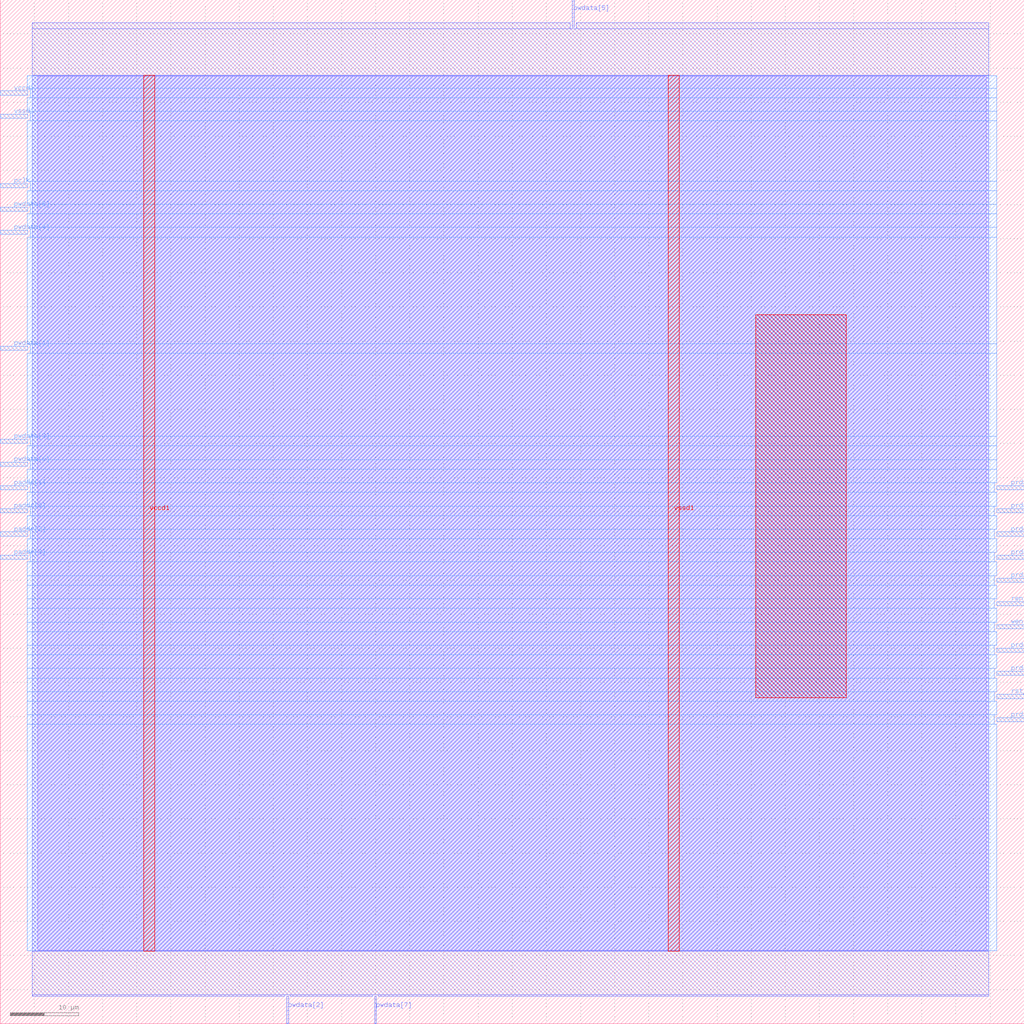
<source format=lef>
VERSION 5.7 ;
  NOWIREEXTENSIONATPIN ON ;
  DIVIDERCHAR "/" ;
  BUSBITCHARS "[]" ;
MACRO apb_memory
  CLASS BLOCK ;
  FOREIGN apb_memory ;
  ORIGIN 0.000 0.000 ;
  SIZE 150.000 BY 150.000 ;
  PIN paddr[0]
    DIRECTION INPUT ;
    USE SIGNAL ;
    PORT
      LAYER met3 ;
        RECT 0.000 74.840 4.000 75.440 ;
    END
  END paddr[0]
  PIN paddr[1]
    DIRECTION INPUT ;
    USE SIGNAL ;
    PORT
      LAYER met3 ;
        RECT 0.000 78.240 4.000 78.840 ;
    END
  END paddr[1]
  PIN paddr[2]
    DIRECTION INPUT ;
    USE SIGNAL ;
    PORT
      LAYER met3 ;
        RECT 0.000 71.440 4.000 72.040 ;
    END
  END paddr[2]
  PIN paddr[3]
    DIRECTION INPUT ;
    USE SIGNAL ;
    PORT
      LAYER met3 ;
        RECT 0.000 68.040 4.000 68.640 ;
    END
  END paddr[3]
  PIN pclk
    DIRECTION INPUT ;
    USE SIGNAL ;
    PORT
      LAYER met3 ;
        RECT 0.000 122.440 4.000 123.040 ;
    END
  END pclk
  PIN prdata[0]
    DIRECTION OUTPUT ;
    USE SIGNAL ;
    PORT
      LAYER met3 ;
        RECT 146.000 54.440 150.000 55.040 ;
    END
  END prdata[0]
  PIN prdata[1]
    DIRECTION OUTPUT ;
    USE SIGNAL ;
    PORT
      LAYER met3 ;
        RECT 146.000 44.240 150.000 44.840 ;
    END
  END prdata[1]
  PIN prdata[2]
    DIRECTION OUTPUT ;
    USE SIGNAL ;
    PORT
      LAYER met3 ;
        RECT 146.000 78.240 150.000 78.840 ;
    END
  END prdata[2]
  PIN prdata[3]
    DIRECTION OUTPUT ;
    USE SIGNAL ;
    PORT
      LAYER met3 ;
        RECT 146.000 68.040 150.000 68.640 ;
    END
  END prdata[3]
  PIN prdata[4]
    DIRECTION OUTPUT ;
    USE SIGNAL ;
    PORT
      LAYER met3 ;
        RECT 146.000 51.040 150.000 51.640 ;
    END
  END prdata[4]
  PIN prdata[5]
    DIRECTION OUTPUT ;
    USE SIGNAL ;
    PORT
      LAYER met3 ;
        RECT 146.000 64.640 150.000 65.240 ;
    END
  END prdata[5]
  PIN prdata[6]
    DIRECTION OUTPUT ;
    USE SIGNAL ;
    PORT
      LAYER met3 ;
        RECT 146.000 74.840 150.000 75.440 ;
    END
  END prdata[6]
  PIN prdata[7]
    DIRECTION OUTPUT ;
    USE SIGNAL ;
    PORT
      LAYER met3 ;
        RECT 146.000 71.440 150.000 72.040 ;
    END
  END prdata[7]
  PIN pwdata[0]
    DIRECTION INPUT ;
    USE SIGNAL ;
    PORT
      LAYER met3 ;
        RECT 0.000 81.640 4.000 82.240 ;
    END
  END pwdata[0]
  PIN pwdata[1]
    DIRECTION INPUT ;
    USE SIGNAL ;
    PORT
      LAYER met3 ;
        RECT 0.000 98.640 4.000 99.240 ;
    END
  END pwdata[1]
  PIN pwdata[2]
    DIRECTION INPUT ;
    USE SIGNAL ;
    PORT
      LAYER met2 ;
        RECT 41.950 0.000 42.230 4.000 ;
    END
  END pwdata[2]
  PIN pwdata[3]
    DIRECTION INPUT ;
    USE SIGNAL ;
    PORT
      LAYER met3 ;
        RECT 0.000 85.040 4.000 85.640 ;
    END
  END pwdata[3]
  PIN pwdata[4]
    DIRECTION INPUT ;
    USE SIGNAL ;
    PORT
      LAYER met3 ;
        RECT 0.000 115.640 4.000 116.240 ;
    END
  END pwdata[4]
  PIN pwdata[5]
    DIRECTION INPUT ;
    USE SIGNAL ;
    PORT
      LAYER met2 ;
        RECT 83.810 146.000 84.090 150.000 ;
    END
  END pwdata[5]
  PIN pwdata[6]
    DIRECTION INPUT ;
    USE SIGNAL ;
    PORT
      LAYER met3 ;
        RECT 0.000 119.040 4.000 119.640 ;
    END
  END pwdata[6]
  PIN pwdata[7]
    DIRECTION INPUT ;
    USE SIGNAL ;
    PORT
      LAYER met2 ;
        RECT 54.830 0.000 55.110 4.000 ;
    END
  END pwdata[7]
  PIN ren
    DIRECTION INPUT ;
    USE SIGNAL ;
    PORT
      LAYER met3 ;
        RECT 146.000 61.240 150.000 61.840 ;
    END
  END ren
  PIN rst_n
    DIRECTION INPUT ;
    USE SIGNAL ;
    PORT
      LAYER met3 ;
        RECT 146.000 47.640 150.000 48.240 ;
    END
  END rst_n
  PIN vccd1
    DIRECTION INOUT ;
    USE POWER ;
    PORT
      LAYER met3 ;
        RECT 0.000 136.040 4.000 136.640 ;
    END
    PORT
      LAYER met4 ;
        RECT 21.040 10.640 22.640 138.960 ;
    END
  END vccd1
  PIN vssd1
    DIRECTION INOUT ;
    USE GROUND ;
    PORT
      LAYER met3 ;
        RECT 0.000 132.640 4.000 133.240 ;
    END
    PORT
      LAYER met4 ;
        RECT 97.840 10.640 99.440 138.960 ;
    END
  END vssd1
  PIN wen
    DIRECTION INPUT ;
    USE SIGNAL ;
    PORT
      LAYER met3 ;
        RECT 146.000 57.840 150.000 58.440 ;
    END
  END wen
  OBS
      LAYER li1 ;
        RECT 5.520 10.795 144.440 138.805 ;
      LAYER met1 ;
        RECT 4.670 10.640 144.830 138.960 ;
      LAYER met2 ;
        RECT 4.690 145.720 83.530 146.610 ;
        RECT 84.370 145.720 144.810 146.610 ;
        RECT 4.690 4.280 144.810 145.720 ;
        RECT 4.690 4.000 41.670 4.280 ;
        RECT 42.510 4.000 54.550 4.280 ;
        RECT 55.390 4.000 144.810 4.280 ;
      LAYER met3 ;
        RECT 3.990 137.040 146.000 138.885 ;
        RECT 4.400 135.640 146.000 137.040 ;
        RECT 3.990 133.640 146.000 135.640 ;
        RECT 4.400 132.240 146.000 133.640 ;
        RECT 3.990 123.440 146.000 132.240 ;
        RECT 4.400 122.040 146.000 123.440 ;
        RECT 3.990 120.040 146.000 122.040 ;
        RECT 4.400 118.640 146.000 120.040 ;
        RECT 3.990 116.640 146.000 118.640 ;
        RECT 4.400 115.240 146.000 116.640 ;
        RECT 3.990 99.640 146.000 115.240 ;
        RECT 4.400 98.240 146.000 99.640 ;
        RECT 3.990 86.040 146.000 98.240 ;
        RECT 4.400 84.640 146.000 86.040 ;
        RECT 3.990 82.640 146.000 84.640 ;
        RECT 4.400 81.240 146.000 82.640 ;
        RECT 3.990 79.240 146.000 81.240 ;
        RECT 4.400 77.840 145.600 79.240 ;
        RECT 3.990 75.840 146.000 77.840 ;
        RECT 4.400 74.440 145.600 75.840 ;
        RECT 3.990 72.440 146.000 74.440 ;
        RECT 4.400 71.040 145.600 72.440 ;
        RECT 3.990 69.040 146.000 71.040 ;
        RECT 4.400 67.640 145.600 69.040 ;
        RECT 3.990 65.640 146.000 67.640 ;
        RECT 3.990 64.240 145.600 65.640 ;
        RECT 3.990 62.240 146.000 64.240 ;
        RECT 3.990 60.840 145.600 62.240 ;
        RECT 3.990 58.840 146.000 60.840 ;
        RECT 3.990 57.440 145.600 58.840 ;
        RECT 3.990 55.440 146.000 57.440 ;
        RECT 3.990 54.040 145.600 55.440 ;
        RECT 3.990 52.040 146.000 54.040 ;
        RECT 3.990 50.640 145.600 52.040 ;
        RECT 3.990 48.640 146.000 50.640 ;
        RECT 3.990 47.240 145.600 48.640 ;
        RECT 3.990 45.240 146.000 47.240 ;
        RECT 3.990 43.840 145.600 45.240 ;
        RECT 3.990 10.715 146.000 43.840 ;
      LAYER met4 ;
        RECT 110.695 47.775 123.905 103.865 ;
  END
END apb_memory
END LIBRARY


</source>
